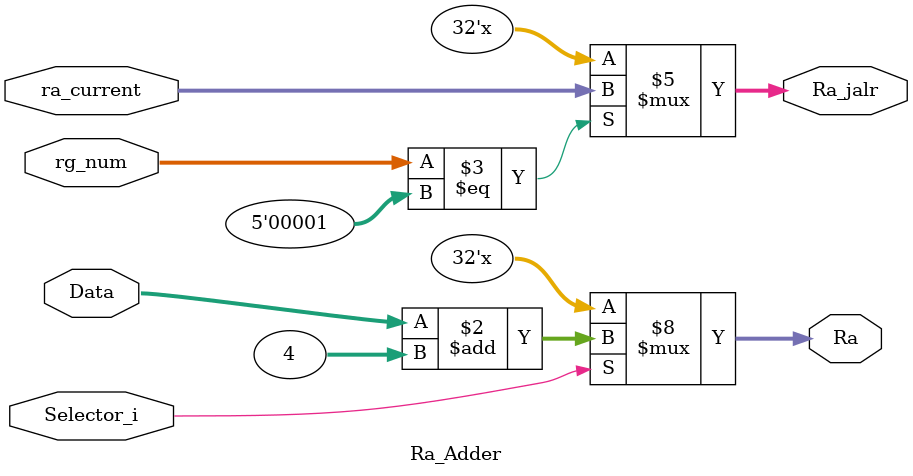
<source format=v>
/******************************************************************
* Description
*	ra adder - módulo no usado al final pero creado para llevar un registro del registro ra.
*	1.0
* Author:
*	Laura y jaz
* Date:
*	16/08/2021
******************************************************************/

module Ra_Adder
#(
	parameter NBits = 32
)
(
	input Selector_i,
	input [NBits-1:0] Data,
	input [NBits-1:0] ra_current,
	input [4:0] rg_num,
	
	output reg [NBits-1:0] Ra_jalr, // antes
	output reg [NBits-1:0] Ra

);
	always@(Selector_i or Data) begin // ,
		if(Selector_i)
				Ra = Data + 32'h4;
		if(rg_num == 1)
			Ra_jalr = ra_current;

		
	end

endmodule
</source>
